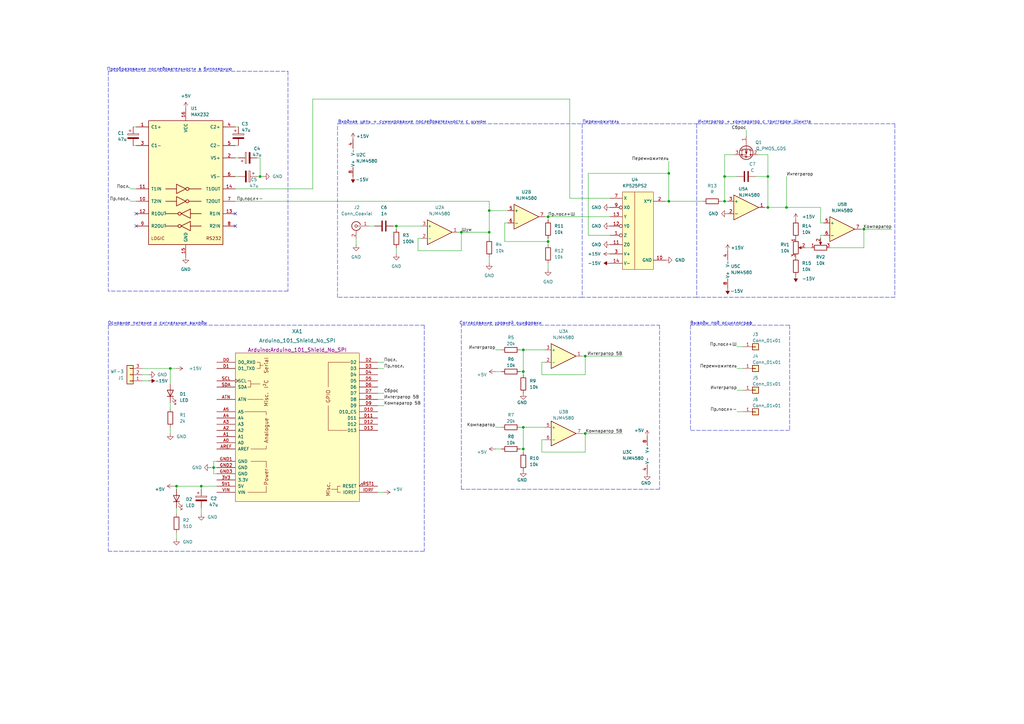
<source format=kicad_sch>
(kicad_sch (version 20211123) (generator eeschema)
  (paper "A3")
  (lib_symbols
    (symbol "Amplifier_Operational:NJM4580" (pin_names (offset 0.127))
      (property "Reference" "U" (at 0 5.08 0))
      (property "Value" "NJM4580" (at 0 -5.08 0))
      (symbol "NJM4580_1_1"
        (polyline (pts (xy -5.08 5.08) (xy 5.08 0) (xy -5.08 -5.08) (xy -5.08 5.08)) (stroke (width 0.254)) (fill (type background)))
        (pin output line (at 7.62 0 180) (length 2.54) (name "~") (number "1"))
        (pin input line (at -7.62 -2.54 0) (length 2.54) (name "-") (number "2"))
        (pin input line (at -7.62 2.54 0) (length 2.54) (name "+") (number "3"))
      )
      (symbol "NJM4580_2_1"
        (polyline (pts (xy -5.08 5.08) (xy 5.08 0) (xy -5.08 -5.08) (xy -5.08 5.08)) (stroke (width 0.254)) (fill (type background)))
        (pin input line (at -7.62 2.54 0) (length 2.54) (name "+") (number "5"))
        (pin input line (at -7.62 -2.54 0) (length 2.54) (name "-") (number "6"))
        (pin output line (at 7.62 0 180) (length 2.54) (name "~") (number "7"))
      )
      (symbol "NJM4580_3_1"
        (pin power_in line (at -2.54 -7.62 90) (length 3.81) (name "V-") (number "4"))
        (pin power_in line (at -2.54 7.62 270) (length 3.81) (name "V+") (number "8"))
      )
    )
    (symbol "Connector:Conn_Coaxial" (pin_names (offset 1.016) hide)
      (property "Reference" "J" (at 0.254 3.048 0))
      (property "Value" "Conn_Coaxial" (at 2.921 0 90))
      (symbol "Conn_Coaxial_0_1"
        (arc (start -1.778 -0.508) (mid 0.222 -1.808) (end 1.778 0) (stroke (width 0.254)))
        (polyline (pts (xy -2.54 0) (xy -0.508 0)))
        (polyline (pts (xy 0 -2.54) (xy 0 -1.778)))
        (circle (center 0 0) (radius 0.508) (stroke (width 0.2032)))
        (arc (start 1.778 0) (mid 0.222 1.8083) (end -1.778 0.508) (stroke (width 0.254)))
      )
      (symbol "Conn_Coaxial_1_1"
        (pin passive line (at -5.08 0 0) (length 2.54) (name "In") (number "1"))
        (pin passive line (at 0 -5.08 90) (length 2.54) (name "Ext") (number "2"))
      )
    )
    (symbol "Connector_Generic:Conn_01x01" (pin_names (offset 1.016) hide)
      (property "Reference" "J" (at 0 2.54 0))
      (property "Value" "Conn_01x01" (at 0 -2.54 0))
      (symbol "Conn_01x01_1_1"
        (rectangle (start -1.27 0.127) (end 0 -0.127) (stroke (width 0.1524)))
        (rectangle (start -1.27 1.27) (end 1.27 -1.27) (stroke (width 0.254)) (fill (type background)))
        (pin passive line (at -5.08 0 0) (length 3.81) (name "Pin_1") (number "1"))
      )
    )
    (symbol "Connector_Generic:Conn_01x03" (pin_names (offset 1.016) hide)
      (property "Reference" "J" (at 0 5.08 0))
      (property "Value" "Conn_01x03" (at 0 -5.08 0))
      (symbol "Conn_01x03_1_1"
        (rectangle (start -1.27 -2.413) (end 0 -2.667) (stroke (width 0.1524)))
        (rectangle (start -1.27 0.127) (end 0 -0.127) (stroke (width 0.1524)))
        (rectangle (start -1.27 2.667) (end 0 2.413) (stroke (width 0.1524)))
        (rectangle (start -1.27 3.81) (end 1.27 -3.81) (stroke (width 0.254)) (fill (type background)))
        (pin passive line (at -5.08 2.54 0) (length 3.81) (name "Pin_1") (number "1"))
        (pin passive line (at -5.08 0 0) (length 3.81) (name "Pin_2") (number "2"))
        (pin passive line (at -5.08 -2.54 0) (length 3.81) (name "Pin_3") (number "3"))
      )
    )
    (symbol "Device:C" (pin_numbers hide) (pin_names (offset 0.254))
      (property "Reference" "C" (at 0.635 2.54 0))
      (property "Value" "C" (at 0.635 -2.54 0))
      (symbol "C_0_1"
        (polyline (pts (xy -2.032 -0.762) (xy 2.032 -0.762)) (stroke (width 0.508)))
        (polyline (pts (xy -2.032 0.762) (xy 2.032 0.762)) (stroke (width 0.508)))
      )
      (symbol "C_1_1"
        (pin passive line (at 0 3.81 270) (length 2.794) (name "~") (number "1"))
        (pin passive line (at 0 -3.81 90) (length 2.794) (name "~") (number "2"))
      )
    )
    (symbol "Device:C_Polarized" (pin_numbers hide) (pin_names (offset 0.254))
      (property "Reference" "C" (at 0.635 2.54 0))
      (property "Value" "C_Polarized" (at 0.635 -2.54 0))
      (symbol "C_Polarized_0_1"
        (rectangle (start -2.286 0.508) (end 2.286 1.016))
        (polyline (pts (xy -1.778 2.286) (xy -0.762 2.286)))
        (polyline (pts (xy -1.27 2.794) (xy -1.27 1.778)))
        (rectangle (start 2.286 -0.508) (end -2.286 -1.016) (fill (type outline)))
      )
      (symbol "C_Polarized_1_1"
        (pin passive line (at 0 3.81 270) (length 2.794) (name "~") (number "1"))
        (pin passive line (at 0 -3.81 90) (length 2.794) (name "~") (number "2"))
      )
    )
    (symbol "Device:LED" (pin_numbers hide) (pin_names (offset 1.016) hide)
      (property "Reference" "D" (at 0 2.54 0))
      (property "Value" "LED" (at 0 -2.54 0))
      (symbol "LED_0_1"
        (polyline (pts (xy -1.27 -1.27) (xy -1.27 1.27)) (stroke (width 0.254)))
        (polyline (pts (xy -1.27 0) (xy 1.27 0)))
        (polyline (pts (xy 1.27 -1.27) (xy 1.27 1.27) (xy -1.27 0) (xy 1.27 -1.27)) (stroke (width 0.254)))
        (polyline (pts (xy -3.048 -0.762) (xy -4.572 -2.286) (xy -3.81 -2.286) (xy -4.572 -2.286) (xy -4.572 -1.524)))
        (polyline (pts (xy -1.778 -0.762) (xy -3.302 -2.286) (xy -2.54 -2.286) (xy -3.302 -2.286) (xy -3.302 -1.524)))
      )
      (symbol "LED_1_1"
        (pin passive line (at -3.81 0 0) (length 2.54) (name "K") (number "1"))
        (pin passive line (at 3.81 0 180) (length 2.54) (name "A") (number "2"))
      )
    )
    (symbol "Device:Q_PMOS_GDS" (pin_names (offset 0) hide)
      (property "Reference" "Q" (at 5.08 1.27 0))
      (property "Value" "Q_PMOS_GDS" (at 5.08 -1.27 0))
      (symbol "Q_PMOS_GDS_0_1"
        (polyline (pts (xy 0.254 0) (xy -2.54 0)))
        (polyline (pts (xy 0.254 1.905) (xy 0.254 -1.905)) (stroke (width 0.254)))
        (polyline (pts (xy 0.762 -1.27) (xy 0.762 -2.286)) (stroke (width 0.254)))
        (polyline (pts (xy 0.762 0.508) (xy 0.762 -0.508)) (stroke (width 0.254)))
        (polyline (pts (xy 0.762 2.286) (xy 0.762 1.27)) (stroke (width 0.254)))
        (polyline (pts (xy 2.54 2.54) (xy 2.54 1.778)))
        (polyline (pts (xy 2.54 -2.54) (xy 2.54 0) (xy 0.762 0)))
        (polyline (pts (xy 0.762 1.778) (xy 3.302 1.778) (xy 3.302 -1.778) (xy 0.762 -1.778)))
        (polyline (pts (xy 2.286 0) (xy 1.27 0.381) (xy 1.27 -0.381) (xy 2.286 0)) (fill (type outline)))
        (polyline (pts (xy 2.794 -0.508) (xy 2.921 -0.381) (xy 3.683 -0.381) (xy 3.81 -0.254)))
        (polyline (pts (xy 3.302 -0.381) (xy 2.921 0.254) (xy 3.683 0.254) (xy 3.302 -0.381)))
        (circle (center 1.651 0) (radius 2.794) (stroke (width 0.254)))
        (circle (center 2.54 -1.778) (radius 0.254) (fill (type outline)))
        (circle (center 2.54 1.778) (radius 0.254) (fill (type outline)))
      )
      (symbol "Q_PMOS_GDS_1_1"
        (pin input line (at -5.08 0 0) (length 2.54) (name "G") (number "1"))
        (pin passive line (at 2.54 5.08 270) (length 2.54) (name "D") (number "2"))
        (pin passive line (at 2.54 -5.08 90) (length 2.54) (name "S") (number "3"))
      )
    )
    (symbol "Device:R" (pin_numbers hide) (pin_names (offset 0))
      (property "Reference" "R" (at 2.032 0 90))
      (property "Value" "R" (at 0 0 90))
      (symbol "R_0_1"
        (rectangle (start -1.016 -2.54) (end 1.016 2.54) (stroke (width 0.254)))
      )
      (symbol "R_1_1"
        (pin passive line (at 0 3.81 270) (length 1.27) (name "~") (number "1"))
        (pin passive line (at 0 -3.81 90) (length 1.27) (name "~") (number "2"))
      )
    )
    (symbol "Device:R_Potentiometer" (pin_names (offset 1.016) hide)
      (property "Reference" "RV" (at -4.445 0 90))
      (property "Value" "R_Potentiometer" (at -2.54 0 90))
      (symbol "R_Potentiometer_0_1"
        (polyline (pts (xy 2.54 0) (xy 1.524 0)))
        (polyline (pts (xy 1.143 0) (xy 2.286 0.508) (xy 2.286 -0.508) (xy 1.143 0)) (fill (type outline)))
        (rectangle (start 1.016 2.54) (end -1.016 -2.54) (stroke (width 0.254)))
      )
      (symbol "R_Potentiometer_1_1"
        (pin passive line (at 0 3.81 270) (length 1.27) (name "1") (number "1"))
        (pin passive line (at 3.81 0 180) (length 1.27) (name "2") (number "2"))
        (pin passive line (at 0 -3.81 90) (length 1.27) (name "3") (number "3"))
      )
    )
    (symbol "Interface_UART:MAX232" (pin_names (offset 1.016))
      (property "Reference" "U" (at -2.54 28.575 0))
      (property "Value" "MAX232" (at -2.54 26.67 0))
      (symbol "MAX232_0_0"
        (text "LOGIC" (at -11.43 -22.86 0) (effects (font (size 1.27 1.27))))
        (text "RS232" (at 11.43 -22.86 0) (effects (font (size 1.27 1.27))))
      )
      (symbol "MAX232_0_1"
        (rectangle (start -15.24 -25.4) (end 15.24 25.4) (stroke (width 0.254)) (fill (type background)))
        (circle (center -2.54 -17.78) (radius 0.635) (stroke (width 0.254)))
        (circle (center -2.54 -12.7) (radius 0.635) (stroke (width 0.254)))
        (polyline (pts (xy -3.81 -7.62) (xy -8.255 -7.62)) (stroke (width 0.254)))
        (polyline (pts (xy -3.81 -2.54) (xy -8.255 -2.54)) (stroke (width 0.254)))
        (polyline (pts (xy -3.175 -17.78) (xy -8.255 -17.78)) (stroke (width 0.254)))
        (polyline (pts (xy -3.175 -12.7) (xy -8.255 -12.7)) (stroke (width 0.254)))
        (polyline (pts (xy 1.27 -7.62) (xy 6.35 -7.62)) (stroke (width 0.254)))
        (polyline (pts (xy 1.27 -2.54) (xy 6.35 -2.54)) (stroke (width 0.254)))
        (polyline (pts (xy 1.905 -17.78) (xy 6.35 -17.78)) (stroke (width 0.254)))
        (polyline (pts (xy 1.905 -12.7) (xy 6.35 -12.7)) (stroke (width 0.254)))
        (polyline (pts (xy -3.81 -5.715) (xy -3.81 -9.525) (xy 0 -7.62) (xy -3.81 -5.715)) (stroke (width 0.254)))
        (polyline (pts (xy -3.81 -0.635) (xy -3.81 -4.445) (xy 0 -2.54) (xy -3.81 -0.635)) (stroke (width 0.254)))
        (polyline (pts (xy 1.905 -15.875) (xy 1.905 -19.685) (xy -1.905 -17.78) (xy 1.905 -15.875)) (stroke (width 0.254)))
        (polyline (pts (xy 1.905 -10.795) (xy 1.905 -14.605) (xy -1.905 -12.7) (xy 1.905 -10.795)) (stroke (width 0.254)))
        (circle (center 0.635 -7.62) (radius 0.635) (stroke (width 0.254)))
        (circle (center 0.635 -2.54) (radius 0.635) (stroke (width 0.254)))
      )
      (symbol "MAX232_1_1"
        (pin passive line (at -20.32 22.86 0) (length 5.08) (name "C1+") (number "1"))
        (pin input line (at -20.32 -7.62 0) (length 5.08) (name "T2IN") (number "10"))
        (pin input line (at -20.32 -2.54 0) (length 5.08) (name "T1IN") (number "11"))
        (pin output line (at -20.32 -12.7 0) (length 5.08) (name "R1OUT") (number "12"))
        (pin input line (at 20.32 -12.7 180) (length 5.08) (name "R1IN") (number "13"))
        (pin output line (at 20.32 -2.54 180) (length 5.08) (name "T1OUT") (number "14"))
        (pin power_in line (at 0 -30.48 90) (length 5.08) (name "GND") (number "15"))
        (pin power_in line (at 0 30.48 270) (length 5.08) (name "VCC") (number "16"))
        (pin power_out line (at 20.32 10.16 180) (length 5.08) (name "VS+") (number "2"))
        (pin passive line (at -20.32 15.24 0) (length 5.08) (name "C1-") (number "3"))
        (pin passive line (at 20.32 22.86 180) (length 5.08) (name "C2+") (number "4"))
        (pin passive line (at 20.32 15.24 180) (length 5.08) (name "C2-") (number "5"))
        (pin power_out line (at 20.32 2.54 180) (length 5.08) (name "VS-") (number "6"))
        (pin output line (at 20.32 -7.62 180) (length 5.08) (name "T2OUT") (number "7"))
        (pin input line (at 20.32 -17.78 180) (length 5.08) (name "R2IN") (number "8"))
        (pin output line (at -20.32 -17.78 0) (length 5.08) (name "R2OUT") (number "9"))
      )
    )
    (symbol "KAIS:KP525PS2"
      (property "Reference" "U" (at 6.35 35.56 0))
      (property "Value" "KP525PS2" (at 6.35 33.02 0))
      (symbol "KP525PS2_0_0"
        (pin no_connect inverted (at -5.08 22.86 0) (length 2.54) hide (name "") (number "4"))
        (pin no_connect inverted (at -5.08 20.32 0) (length 2.54) hide (name "") (number "5"))
        (pin no_connect inverted (at -5.08 17.78 0) (length 2.54) hide (name "") (number "6"))
        (pin no_connect inverted (at -5.08 15.24 0) (length 2.54) hide (name "") (number "8"))
      )
      (symbol "KP525PS2_0_1"
        (polyline (pts (xy 5.08 31.75) (xy 5.08 0)))
        (rectangle (start 0 31.75) (end 12.7 0) (fill (type background)))
      )
      (symbol "KP525PS2_1_1"
        (pin input inverted (at -5.08 13.97 0) (length 5.08) (name "Z") (number "1"))
        (pin power_in line (at 17.78 3.81 180) (length 5.08) (name "GND") (number "10"))
        (pin input line (at -5.08 10.16 0) (length 5.08) (name "Z0") (number "11"))
        (pin input inverted (at -5.08 17.78 0) (length 5.08) (name "Y0") (number "12"))
        (pin input line (at -5.08 21.59 0) (length 5.08) (name "Y") (number "13"))
        (pin power_in line (at -5.08 2.54 0) (length 5.08) (name "V-") (number "14"))
        (pin output line (at 17.78 27.94 180) (length 5.08) (name "X*Y") (number "2"))
        (pin power_in line (at -5.08 6.35 0) (length 5.08) (name "V+") (number "3"))
        (pin input line (at -5.08 29.21 0) (length 5.08) (name "X") (number "7"))
        (pin input inverted (at -5.08 25.4 0) (length 5.08) (name "X0") (number "9"))
      )
    )
    (symbol "arduino:Arduino_101_Shield_No_SPI" (pin_names (offset 1.016))
      (property "Reference" "XA" (at 2.54 0 90))
      (property "Value" "Arduino_101_Shield_No_SPI" (at -2.54 0 90))
      (property "Footprint" "Arduino:Arduino_101_Shield_No_SPI" (at 45.72 95.25 0))
      (symbol "Arduino_101_Shield_No_SPI_0_0"
        (rectangle (start -25.4 30.48) (end 25.4 -30.48) (fill (type background)))
        (rectangle (start -20.32 -26.67) (end -12.7 -26.67))
        (rectangle (start -19.05 -13.97) (end -12.7 -13.97))
        (polyline (pts (xy -19.05 17.78) (xy -15.24 17.78)))
        (polyline (pts (xy -15.24 25.4) (xy -13.97 25.4)))
        (polyline (pts (xy -13.97 11.43) (xy -20.32 11.43)))
        (polyline (pts (xy -12.7 -26.67) (xy -12.7 -24.13)))
        (polyline (pts (xy -12.7 -15.24) (xy -12.7 -16.51)))
        (polyline (pts (xy -12.7 -13.97) (xy -12.7 -15.24)))
        (polyline (pts (xy -12.7 -7.62) (xy -12.7 -8.89) (xy -19.05 -8.89)))
        (polyline (pts (xy -12.7 5.08) (xy -12.7 6.35) (xy -21.59 6.35)))
        (polyline (pts (xy 12.7 8.89) (xy 12.7 -1.27) (xy 20.32 -1.27)))
        (polyline (pts (xy 12.7 16.51) (xy 12.7 26.67) (xy 21.59 26.67)))
        (polyline (pts (xy -20.32 19.05) (xy -19.05 19.05) (xy -19.05 16.51) (xy -20.32 16.51)))
        (polyline (pts (xy -16.51 26.67) (xy -15.24 26.67) (xy -15.24 24.13) (xy -16.51 24.13)))
        (rectangle (start 16.51 -25.4) (end 13.97 -25.4))
        (rectangle (start 16.51 -24.13) (end 16.51 -26.67))
        (rectangle (start 17.78 -26.67) (end 16.51 -26.67))
        (rectangle (start 17.78 -24.13) (end 16.51 -24.13))
        (text "Analogue" (at -12.7 -1.27 900) (effects (font (size 1.524 1.524))))
        (text "I²C" (at -12.7 17.78 900) (effects (font (size 1.524 1.524))))
        (text "Misc." (at -12.7 11.43 900) (effects (font (size 1.524 1.524))))
        (text "Misc." (at 12.7 -25.4 900) (effects (font (size 1.524 1.524))))
        (text "Power" (at -12.7 -20.32 900) (effects (font (size 1.524 1.524))))
        (text "Serial" (at -12.7 25.4 900) (effects (font (size 1.524 1.524))))
      )
      (symbol "Arduino_101_Shield_No_SPI_1_0"
        (text "GPIO" (at 12.7 12.7 900) (effects (font (size 1.524 1.524))))
      )
      (symbol "Arduino_101_Shield_No_SPI_1_1"
        (pin power_in line (at -33.02 -21.59 0) (length 7.62) (name "3.3V") (number "3V3"))
        (pin power_in line (at -33.02 -24.13 0) (length 7.62) (name "5V") (number "5V1"))
        (pin bidirectional line (at -33.02 -6.35 0) (length 7.62) (name "A0") (number "A0"))
        (pin bidirectional line (at -33.02 -3.81 0) (length 7.62) (name "A1") (number "A1"))
        (pin bidirectional line (at -33.02 -1.27 0) (length 7.62) (name "A2") (number "A2"))
        (pin bidirectional line (at -33.02 1.27 0) (length 7.62) (name "A3") (number "A3"))
        (pin bidirectional line (at -33.02 3.81 0) (length 7.62) (name "A4") (number "A4"))
        (pin bidirectional line (at -33.02 6.35 0) (length 7.62) (name "A5") (number "A5"))
        (pin input line (at -33.02 -8.89 0) (length 7.62) (name "AREF") (number "AREF"))
        (pin bidirectional line (at -33.02 11.43 0) (length 7.62) (name "ATN") (number "ATN"))
        (pin bidirectional line (at -33.02 26.67 0) (length 7.62) (name "D0_RX0") (number "D0"))
        (pin bidirectional line (at -33.02 24.13 0) (length 7.62) (name "D1_TX0") (number "D1"))
        (pin bidirectional line (at 33.02 6.35 180) (length 7.62) (name "D10_CS") (number "D10"))
        (pin bidirectional line (at 33.02 3.81 180) (length 7.62) (name "D11") (number "D11"))
        (pin bidirectional line (at 33.02 1.27 180) (length 7.62) (name "D12") (number "D12"))
        (pin bidirectional line (at 33.02 -1.27 180) (length 7.62) (name "D13") (number "D13"))
        (pin bidirectional line (at 33.02 26.67 180) (length 7.62) (name "D2") (number "D2"))
        (pin bidirectional line (at 33.02 24.13 180) (length 7.62) (name "D3") (number "D3"))
        (pin bidirectional line (at 33.02 21.59 180) (length 7.62) (name "D4") (number "D4"))
        (pin bidirectional line (at 33.02 19.05 180) (length 7.62) (name "D5") (number "D5"))
        (pin bidirectional line (at 33.02 16.51 180) (length 7.62) (name "D6") (number "D6"))
        (pin bidirectional line (at 33.02 13.97 180) (length 7.62) (name "D7") (number "D7"))
        (pin bidirectional line (at 33.02 11.43 180) (length 7.62) (name "D8") (number "D8"))
        (pin bidirectional line (at 33.02 8.89 180) (length 7.62) (name "D9") (number "D9"))
        (pin power_in line (at -33.02 -13.97 0) (length 7.62) (name "GND") (number "GND1"))
        (pin power_in line (at -33.02 -16.51 0) (length 7.62) (name "GND") (number "GND2"))
        (pin power_in line (at -33.02 -19.05 0) (length 7.62) (name "GND") (number "GND3"))
        (pin output line (at 33.02 -26.67 180) (length 7.62) (name "IOREF") (number "IORF"))
        (pin open_collector input_low (at 33.02 -24.13 180) (length 7.62) (name "RESET") (number "RST1"))
        (pin bidirectional clock (at -33.02 19.05 0) (length 7.62) (name "SCL") (number "SCL"))
        (pin bidirectional line (at -33.02 16.51 0) (length 7.62) (name "SDA") (number "SDA"))
        (pin power_in line (at -33.02 -26.67 0) (length 7.62) (name "VIN") (number "VIN"))
      )
    )
    (symbol "power:+15V" (power) (pin_names (offset 0))
      (property "Value" "+15V" (at 0 3.556 0))
      (symbol "+15V_0_1"
        (polyline (pts (xy -0.762 1.27) (xy 0 2.54)))
        (polyline (pts (xy 0 0) (xy 0 2.54)))
        (polyline (pts (xy 0 2.54) (xy 0.762 1.27)))
      )
      (symbol "+15V_1_1"
        (pin power_in line (at 0 0 90) (length 0) hide (name "+15V") (number "1"))
      )
    )
    (symbol "power:+5V" (power) (pin_names (offset 0))
      (property "Value" "+5V" (at 0 3.556 0))
      (symbol "+5V_0_1"
        (polyline (pts (xy -0.762 1.27) (xy 0 2.54)))
        (polyline (pts (xy 0 0) (xy 0 2.54)))
        (polyline (pts (xy 0 2.54) (xy 0.762 1.27)))
      )
      (symbol "+5V_1_1"
        (pin power_in line (at 0 0 90) (length 0) hide (name "+5V") (number "1"))
      )
    )
    (symbol "power:-15V" (power) (pin_names (offset 0))
      (property "Value" "-15V" (at 0 3.81 0))
      (symbol "-15V_0_0"
        (pin power_in line (at 0 0 90) (length 0) hide (name "-15V") (number "1"))
      )
      (symbol "-15V_0_1"
        (polyline (pts (xy 0 0) (xy 0 1.27) (xy 0.762 1.27) (xy 0 2.54) (xy -0.762 1.27) (xy 0 1.27)) (fill (type outline)))
      )
    )
    (symbol "power:GND" (power) (pin_names (offset 0))
      (property "Value" "GND" (at 0 -3.81 0))
      (symbol "GND_0_1"
        (polyline (pts (xy 0 0) (xy 0 -1.27) (xy 1.27 -1.27) (xy 0 -2.54) (xy -1.27 -1.27) (xy 0 -1.27)))
      )
      (symbol "GND_1_1"
        (pin power_in line (at 0 0 270) (length 0) hide (name "GND") (number "1"))
      )
    )
  )
  (junction (at 214.63 152.4))
  (junction (at 200.66 95.25))
  (junction (at 314.96 72.39))
  (junction (at 200.66 86.36))
  (junction (at 322.58 85.09))
  (junction (at 240.03 177.8))
  (junction (at 354.33 93.98))
  (junction (at 106.68 72.39))
  (junction (at 314.96 85.09))
  (junction (at 162.56 92.71))
  (junction (at 82.55 199.39))
  (junction (at 297.18 82.55))
  (junction (at 72.39 199.39))
  (junction (at 274.32 82.55))
  (junction (at 297.18 72.39))
  (junction (at 224.79 99.06))
  (junction (at 224.79 88.9))
  (junction (at 214.63 143.51))
  (junction (at 69.85 151.13))
  (junction (at 214.63 184.15))
  (junction (at 274.32 71.12))
  (junction (at 240.03 146.05))
  (junction (at 214.63 175.26))
  (junction (at 87.63 191.77))
  (junction (at 189.23 95.25))
  (no_connect (at 96.52 87.63))
  (no_connect (at 96.52 92.71))
  (no_connect (at 55.88 87.63))
  (no_connect (at 55.88 92.71))
  (wire (pts (xy 224.79 99.06) (xy 224.79 100.33)))
  (wire (pts (xy 214.63 185.42) (xy 214.63 184.15)))
  (wire (pts (xy 207.01 91.44) (xy 207.01 99.06)))
  (wire (pts (xy 238.76 146.05) (xy 240.03 146.05)))
  (wire (pts (xy 105.41 64.77) (xy 106.68 64.77)))
  (wire (pts (xy 96.52 82.55) (xy 200.66 82.55)))
  (wire (pts (xy 82.55 208.28) (xy 82.55 210.82)))
  (wire (pts (xy 274.32 82.55) (xy 288.29 82.55)))
  (wire (pts (xy 250.19 96.52) (xy 241.3 96.52)))
  (wire (pts (xy 297.18 63.5) (xy 297.18 72.39)))
  (wire (pts (xy 69.85 151.13) (xy 69.85 157.48)))
  (wire (pts (xy 255.27 177.8) (xy 240.03 177.8)))
  (wire (pts (xy 233.68 40.64) (xy 233.68 81.28)))
  (wire (pts (xy 97.79 64.77) (xy 96.52 64.77)))
  (polyline (pts (xy 367.03 50.8) (xy 367.03 121.92)))
  (polyline (pts (xy 118.11 29.21) (xy 118.11 119.38)))
  (wire (pts (xy 224.79 107.95) (xy 224.79 110.49)))
  (polyline (pts (xy 173.99 133.35) (xy 173.99 226.06)))
  (wire (pts (xy 300.99 63.5) (xy 297.18 63.5)))
  (wire (pts (xy 240.03 153.67) (xy 222.25 153.67)))
  (polyline (pts (xy 238.76 50.8) (xy 285.75 50.8)))
  (wire (pts (xy 162.56 92.71) (xy 172.72 92.71)))
  (polyline (pts (xy 270.51 133.35) (xy 270.51 200.66)))
  (wire (pts (xy 82.55 199.39) (xy 82.55 200.66)))
  (wire (pts (xy 214.63 184.15) (xy 214.63 175.26)))
  (wire (pts (xy 203.2 143.51) (xy 205.74 143.51)))
  (wire (pts (xy 203.2 152.4) (xy 205.74 152.4)))
  (wire (pts (xy 200.66 86.36) (xy 208.28 86.36)))
  (polyline (pts (xy 285.75 121.92) (xy 238.76 121.92)))
  (wire (pts (xy 72.39 218.44) (xy 72.39 220.98)))
  (polyline (pts (xy 173.99 226.06) (xy 44.45 226.06)))
  (wire (pts (xy 224.79 88.9) (xy 250.19 88.9)))
  (polyline (pts (xy 118.11 119.38) (xy 44.45 119.38)))
  (wire (pts (xy 223.52 148.59) (xy 222.25 148.59)))
  (polyline (pts (xy 323.85 133.35) (xy 323.85 176.53)))
  (wire (pts (xy 171.45 97.79) (xy 172.72 97.79)))
  (wire (pts (xy 213.36 143.51) (xy 214.63 143.51)))
  (wire (pts (xy 336.55 85.09) (xy 336.55 91.44)))
  (wire (pts (xy 161.29 92.71) (xy 162.56 92.71)))
  (wire (pts (xy 302.26 151.13) (xy 304.8 151.13)))
  (wire (pts (xy 97.79 72.39) (xy 96.52 72.39)))
  (wire (pts (xy 302.26 160.02) (xy 304.8 160.02)))
  (wire (pts (xy 53.34 77.47) (xy 55.88 77.47)))
  (wire (pts (xy 240.03 185.42) (xy 222.25 185.42)))
  (wire (pts (xy 214.63 175.26) (xy 223.52 175.26)))
  (polyline (pts (xy 44.45 133.35) (xy 44.45 226.06)))
  (wire (pts (xy 214.63 143.51) (xy 223.52 143.51)))
  (wire (pts (xy 213.36 152.4) (xy 214.63 152.4)))
  (wire (pts (xy 187.96 95.25) (xy 189.23 95.25)))
  (wire (pts (xy 72.39 199.39) (xy 82.55 199.39)))
  (wire (pts (xy 189.23 102.87) (xy 171.45 102.87)))
  (wire (pts (xy 87.63 191.77) (xy 87.63 194.31)))
  (wire (pts (xy 224.79 99.06) (xy 224.79 97.79)))
  (wire (pts (xy 322.58 72.39) (xy 322.58 85.09)))
  (wire (pts (xy 86.36 191.77) (xy 87.63 191.77)))
  (wire (pts (xy 69.85 151.13) (xy 72.39 151.13)))
  (wire (pts (xy 200.66 105.41) (xy 200.66 107.95)))
  (wire (pts (xy 306.07 53.34) (xy 306.07 55.88)))
  (wire (pts (xy 58.42 153.67) (xy 60.96 153.67)))
  (wire (pts (xy 241.3 96.52) (xy 241.3 71.12)))
  (wire (pts (xy 314.96 63.5) (xy 314.96 72.39)))
  (wire (pts (xy 354.33 93.98) (xy 354.33 101.6)))
  (wire (pts (xy 297.18 72.39) (xy 297.18 82.55)))
  (wire (pts (xy 189.23 95.25) (xy 189.23 102.87)))
  (wire (pts (xy 336.55 96.52) (xy 336.55 97.79)))
  (wire (pts (xy 157.48 151.13) (xy 154.94 151.13)))
  (wire (pts (xy 337.82 96.52) (xy 336.55 96.52)))
  (wire (pts (xy 365.76 93.98) (xy 354.33 93.98)))
  (wire (pts (xy 336.55 91.44) (xy 337.82 91.44)))
  (wire (pts (xy 297.18 72.39) (xy 302.26 72.39)))
  (wire (pts (xy 214.63 153.67) (xy 214.63 152.4)))
  (polyline (pts (xy 44.45 133.35) (xy 173.99 133.35)))
  (wire (pts (xy 162.56 92.71) (xy 162.56 93.98)))
  (wire (pts (xy 153.67 92.71) (xy 151.13 92.71)))
  (wire (pts (xy 157.48 201.93) (xy 154.94 201.93)))
  (wire (pts (xy 96.52 52.07) (xy 97.79 52.07)))
  (wire (pts (xy 200.66 82.55) (xy 200.66 86.36)))
  (polyline (pts (xy 44.45 29.21) (xy 118.11 29.21)))
  (wire (pts (xy 106.68 64.77) (xy 106.68 72.39)))
  (wire (pts (xy 295.91 82.55) (xy 297.18 82.55)))
  (wire (pts (xy 72.39 199.39) (xy 72.39 200.66)))
  (wire (pts (xy 171.45 102.87) (xy 171.45 97.79)))
  (wire (pts (xy 87.63 191.77) (xy 88.9 191.77)))
  (wire (pts (xy 238.76 177.8) (xy 240.03 177.8)))
  (wire (pts (xy 222.25 180.34) (xy 222.25 185.42)))
  (wire (pts (xy 223.52 180.34) (xy 222.25 180.34)))
  (wire (pts (xy 274.32 71.12) (xy 274.32 82.55)))
  (wire (pts (xy 302.26 168.91) (xy 304.8 168.91)))
  (wire (pts (xy 241.3 71.12) (xy 274.32 71.12)))
  (wire (pts (xy 71.12 199.39) (xy 72.39 199.39)))
  (wire (pts (xy 213.36 184.15) (xy 214.63 184.15)))
  (wire (pts (xy 297.18 82.55) (xy 298.45 82.55)))
  (wire (pts (xy 105.41 72.39) (xy 106.68 72.39)))
  (wire (pts (xy 207.01 99.06) (xy 224.79 99.06)))
  (polyline (pts (xy 367.03 121.92) (xy 285.75 121.92)))
  (wire (pts (xy 208.28 91.44) (xy 207.01 91.44)))
  (polyline (pts (xy 189.23 200.66) (xy 189.23 133.35)))
  (wire (pts (xy 88.9 189.23) (xy 87.63 189.23)))
  (wire (pts (xy 69.85 165.1) (xy 69.85 167.64)))
  (polyline (pts (xy 323.85 176.53) (xy 283.21 176.53)))
  (wire (pts (xy 72.39 208.28) (xy 72.39 210.82)))
  (wire (pts (xy 53.34 82.55) (xy 55.88 82.55)))
  (wire (pts (xy 240.03 146.05) (xy 240.03 153.67)))
  (wire (pts (xy 69.85 175.26) (xy 69.85 177.8)))
  (wire (pts (xy 274.32 66.04) (xy 274.32 71.12)))
  (polyline (pts (xy 285.75 50.8) (xy 285.75 121.92)))
  (wire (pts (xy 87.63 194.31) (xy 88.9 194.31)))
  (polyline (pts (xy 138.43 50.8) (xy 238.76 50.8)))
  (wire (pts (xy 128.27 77.47) (xy 128.27 40.64)))
  (wire (pts (xy 203.2 175.26) (xy 205.74 175.26)))
  (wire (pts (xy 314.96 85.09) (xy 313.69 85.09)))
  (wire (pts (xy 274.32 82.55) (xy 273.05 82.55)))
  (wire (pts (xy 222.25 148.59) (xy 222.25 153.67)))
  (wire (pts (xy 340.36 101.6) (xy 354.33 101.6)))
  (wire (pts (xy 302.26 142.24) (xy 304.8 142.24)))
  (wire (pts (xy 87.63 189.23) (xy 87.63 191.77)))
  (wire (pts (xy 213.36 175.26) (xy 214.63 175.26)))
  (wire (pts (xy 96.52 59.69) (xy 97.79 59.69)))
  (polyline (pts (xy 270.51 200.66) (xy 189.23 200.66)))
  (polyline (pts (xy 138.43 121.92) (xy 138.43 50.8)))
  (wire (pts (xy 154.94 163.83) (xy 157.48 163.83)))
  (wire (pts (xy 106.68 72.39) (xy 107.95 72.39)))
  (wire (pts (xy 128.27 40.64) (xy 233.68 40.64)))
  (wire (pts (xy 330.2 101.6) (xy 332.74 101.6)))
  (wire (pts (xy 54.61 59.69) (xy 55.88 59.69)))
  (wire (pts (xy 146.05 100.33) (xy 146.05 97.79)))
  (wire (pts (xy 353.06 93.98) (xy 354.33 93.98)))
  (wire (pts (xy 154.94 161.29) (xy 157.48 161.29)))
  (polyline (pts (xy 285.75 50.8) (xy 367.03 50.8)))
  (wire (pts (xy 309.88 72.39) (xy 314.96 72.39)))
  (wire (pts (xy 203.2 184.15) (xy 205.74 184.15)))
  (wire (pts (xy 82.55 199.39) (xy 88.9 199.39)))
  (polyline (pts (xy 283.21 133.35) (xy 283.21 176.53)))
  (polyline (pts (xy 44.45 29.21) (xy 44.45 119.38)))
  (wire (pts (xy 58.42 151.13) (xy 69.85 151.13)))
  (polyline (pts (xy 238.76 50.8) (xy 238.76 121.92)))
  (polyline (pts (xy 238.76 121.92) (xy 138.43 121.92)))
  (wire (pts (xy 54.61 52.07) (xy 55.88 52.07)))
  (wire (pts (xy 322.58 85.09) (xy 336.55 85.09)))
  (wire (pts (xy 311.15 63.5) (xy 314.96 63.5)))
  (wire (pts (xy 240.03 177.8) (xy 240.03 185.42)))
  (wire (pts (xy 200.66 95.25) (xy 200.66 97.79)))
  (wire (pts (xy 200.66 86.36) (xy 200.66 95.25)))
  (wire (pts (xy 314.96 72.39) (xy 314.96 85.09)))
  (wire (pts (xy 224.79 88.9) (xy 224.79 90.17)))
  (wire (pts (xy 233.68 81.28) (xy 250.19 81.28)))
  (wire (pts (xy 58.42 156.21) (xy 60.96 156.21)))
  (wire (pts (xy 189.23 95.25) (xy 200.66 95.25)))
  (wire (pts (xy 96.52 77.47) (xy 128.27 77.47)))
  (wire (pts (xy 214.63 152.4) (xy 214.63 143.51)))
  (polyline (pts (xy 283.21 133.35) (xy 323.85 133.35)))
  (wire (pts (xy 314.96 85.09) (xy 322.58 85.09)))
  (wire (pts (xy 223.52 88.9) (xy 224.79 88.9)))
  (polyline (pts (xy 189.23 133.35) (xy 270.51 133.35)))
  (wire (pts (xy 154.94 166.37) (xy 157.48 166.37)))
  (wire (pts (xy 162.56 104.14) (xy 162.56 101.6)))
  (wire (pts (xy 255.27 146.05) (xy 240.03 146.05)))
  (wire (pts (xy 154.94 148.59) (xy 157.48 148.59)))
  (text "Входная цепь + суммирование последовательности с шумом" (at 199.39 50.8 0) (effects (font (size 1.27 1.27)) (justify right bottom)))
  (text "Интегратор + компаратор с триггером Шмитта" (at 332.74 50.8 180) (effects (font (size 1.27 1.27)) (justify right bottom)))
  (text "Преобразование последовательности в биполярную" (at 95.25 29.21 180) (effects (font (size 1.27 1.27)) (justify right bottom)))
  (text "Основное питание и сигнальные выходы" (at 85.09 133.35 180) (effects (font (size 1.27 1.27)) (justify right bottom)))
  (text "Выводы под осциллограф" (at 308.61 133.35 180) (effects (font (size 1.27 1.27)) (justify right bottom)))
  (text "Согласование уровней оцифровки" (at 222.25 133.35 180) (effects (font (size 1.27 1.27)) (justify right bottom)))
  (text "Перемножитель" (at 254 50.8 180) (effects (font (size 1.27 1.27)) (justify right bottom)))
  (label "Компаратор 5В" (at 255.27 177.8 180))
  (label "Интегратор" (at 302.26 160.02 180))
  (label "Компаратор" (at 203.2 175.26 180))
  (label "Интегратор 5В" (at 255.27 146.05 180))
  (label "Перемножитель" (at 274.32 66.04 180))
  (label "Посл." (at 53.34 77.47 180))
  (label "Компаратор" (at 365.76 93.98 180))
  (label "Интегратор" (at 203.2 143.51 180))
  (label "Сброс" (at 306.07 53.34 180))
  (label "Пр.посл+Ш" (at 302.26 142.24 180))
  (label "Шум" (at 189.23 95.25 0))
  (label "Пр.посл+Ш" (at 224.79 88.9 0))
  (label "Посл." (at 157.48 148.59 0))
  (label "Пр.посл+-" (at 302.26 168.91 180))
  (label "Интегратор" (at 322.58 72.39 0))
  (label "Интегратор 5В" (at 157.48 163.83 0))
  (label "Пр.посл." (at 53.34 82.55 180))
  (label "Перемножитель" (at 302.26 151.13 180))
  (label "Пр.посл+-" (at 107.95 82.55 180))
  (label "Сброс" (at 157.48 161.29 0))
  (label "Компаратор 5В" (at 157.48 166.37 0))
  (label "Пр.посл." (at 157.48 151.13 0))
  (symbol (lib_id "KAIS:KP525PS2") (at 255.27 110.49 0) (unit 1)
    (property "Reference" "U4" (at 260.35 73.66 0))
    (property "Value" "KP525PS2" (at 260.35 76.2 0))
    (property "Footprint" "Package_DIP:DIP-14_W7.62mm" (effects hide))
  )
  (symbol (lib_id "Amplifier_Operational:NJM4580") (at 180.34 95.25 0) (unit 1)
    (property "Reference" "U2" (at 180.34 85.09 0))
    (property "Value" "NJM4580" (at 180.34 87.63 0))
    (property "Footprint" "Package_SO:SOIC-8_3.9x4.9mm_P1.27mm" (effects hide))
    (property "Datasheet" "http://www.njr.com/semicon/PDF/NJM4580_E.pdf" (effects hide))
  )
  (symbol (lib_id "power:+5V") (at 157.48 201.93 270) (unit 1)
    (property "Reference" "#PWR015" (effects hide))
    (property "Value" "+5V" (at 165.1 200.66 90) (effects (justify right)))
  )
  (symbol (lib_id "Device:R") (at 224.79 93.98 180) (unit 1)
    (property "Reference" "R11" (at 227.33 92.7099 0) (effects (justify right)))
    (property "Value" "10k" (at 227.33 95.2499 0) (effects (justify right)))
    (property "Footprint" "Resistor_SMD:R_0603_1608Metric_Pad0.98x0.95mm_HandSolder" (effects hide))
  )
  (symbol (lib_id "Interface_UART:MAX232") (at 76.2 74.93 0) (unit 1)
    (property "Reference" "U1" (at 78.2194 44.45 0) (effects (justify left)))
    (property "Value" "MAX232" (at 78.2194 46.99 0) (effects (justify left)))
    (property "Footprint" "Package_DIP:DIP-16_W7.62mm" (effects hide))
    (property "Datasheet" "http://www.ti.com/lit/ds/symlink/max232.pdf" (effects hide))
  )
  (symbol (lib_id "Device:R") (at 214.63 189.23 180) (unit 1)
    (property "Reference" "R10" (at 217.17 187.9599 0) (effects (justify right)))
    (property "Value" "10k" (at 217.17 190.4999 0) (effects (justify right)))
    (property "Footprint" "Resistor_SMD:R_0603_1608Metric_Pad0.98x0.95mm_HandSolder" (effects hide))
  )
  (symbol (lib_id "Amplifier_Operational:NJM4580") (at 231.14 146.05 0) (unit 1)
    (property "Reference" "U3" (at 231.14 135.89 0))
    (property "Value" "NJM4580" (at 231.14 138.43 0))
    (property "Footprint" "Package_SO:SOIC-8_3.9x4.9mm_P1.27mm" (effects hide))
    (property "Datasheet" "http://www.njr.com/semicon/PDF/NJM4580_E.pdf" (effects hide))
  )
  (symbol (lib_id "Device:R") (at 209.55 152.4 90) (unit 1)
    (property "Reference" "R6" (at 209.55 147.32 90))
    (property "Value" "10k" (at 209.55 149.86 90))
    (property "Footprint" "Resistor_SMD:R_0603_1608Metric_Pad0.98x0.95mm_HandSolder" (effects hide))
  )
  (symbol (lib_id "Device:LED") (at 72.39 204.47 90) (unit 1)
    (property "Reference" "D2" (at 76.2 204.7874 90) (effects (justify right)))
    (property "Value" "LED" (at 76.2 207.3274 90) (effects (justify right)))
    (property "Footprint" "LED_SMD:LED_0603_1608Metric_Pad1.05x0.95mm_HandSolder" (effects hide))
  )
  (symbol (lib_id "power:+15V") (at 298.45 102.87 0) (unit 1)
    (property "Reference" "#PWR032" (effects hide))
    (property "Value" "+15V" (at 299.72 101.6 0) (effects (justify left)))
  )
  (symbol (lib_id "power:-15V") (at 60.96 156.21 270) (unit 1)
    (property "Reference" "#PWR02" (effects hide))
    (property "Value" "-15V" (at 63.5 156.21 90) (effects (justify left)))
  )
  (symbol (lib_id "power:+5V") (at 76.2 44.45 0) (unit 1)
    (property "Reference" "#PWR07" (effects hide))
    (property "Value" "+5V" (at 76.2 39.37 0))
  )
  (symbol (lib_id "Device:R") (at 209.55 184.15 90) (unit 1)
    (property "Reference" "R8" (at 209.55 179.07 90))
    (property "Value" "10k" (at 209.55 181.61 90))
    (property "Footprint" "Resistor_SMD:R_0603_1608Metric_Pad0.98x0.95mm_HandSolder" (effects hide))
  )
  (symbol (lib_id "Amplifier_Operational:NJM4580") (at 231.14 177.8 0) (unit 2)
    (property "Reference" "U3" (at 231.14 168.91 0))
    (property "Value" "NJM4580" (at 231.14 171.45 0))
    (property "Footprint" "Package_SO:SOIC-8_3.9x4.9mm_P1.27mm" (effects hide))
    (property "Datasheet" "http://www.njr.com/semicon/PDF/NJM4580_E.pdf" (effects hide))
  )
  (symbol (lib_id "Device:C_Polarized") (at 101.6 72.39 270) (unit 1)
    (property "Reference" "C5" (at 104.14 73.66 90))
    (property "Value" "47u" (at 104.14 76.2 90))
    (property "Footprint" "Capacitor_Tantalum_SMD:CP_EIA-3216-18_Kemet-A_Pad1.58x1.35mm_HandSolder" (effects hide))
  )
  (symbol (lib_id "power:-15V") (at 298.45 118.11 180) (unit 1)
    (property "Reference" "#PWR033" (effects hide))
    (property "Value" "-15V" (at 304.8 119.38 0) (effects (justify left)))
  )
  (symbol (lib_id "power:GND") (at 214.63 161.29 0) (unit 1)
    (property "Reference" "#PWR020" (effects hide))
    (property "Value" "GND" (at 212.09 165.1 0) (effects (justify left)))
  )
  (symbol (lib_id "power:-15V") (at 326.39 113.03 180) (unit 1)
    (property "Reference" "#PWR035" (effects hide))
    (property "Value" "-15V" (at 328.93 114.2999 0) (effects (justify right)))
  )
  (symbol (lib_id "power:GND") (at 214.63 193.04 0) (unit 1)
    (property "Reference" "#PWR021" (effects hide))
    (property "Value" "GND" (at 212.09 196.85 0) (effects (justify left)))
  )
  (symbol (lib_id "Device:R") (at 162.56 97.79 180) (unit 1)
    (property "Reference" "R3" (at 165.1 96.5199 0) (effects (justify right)))
    (property "Value" "100k" (at 165.1 99.0599 0) (effects (justify right)))
    (property "Footprint" "Resistor_SMD:R_0603_1608Metric_Pad0.98x0.95mm_HandSolder" (effects hide))
  )
  (symbol (lib_id "power:GND") (at 298.45 87.63 270) (unit 1)
    (property "Reference" "#PWR031" (effects hide))
    (property "Value" "GND" (at 294.64 87.6299 90) (effects (justify right)))
  )
  (symbol (lib_id "Device:R") (at 72.39 214.63 180) (unit 1)
    (property "Reference" "R2" (at 74.93 213.3599 0) (effects (justify right)))
    (property "Value" "510" (at 74.93 215.8999 0) (effects (justify right)))
    (property "Footprint" "Resistor_SMD:R_0603_1608Metric_Pad0.98x0.95mm_HandSolder" (effects hide))
  )
  (symbol (lib_id "power:GND") (at 82.55 210.82 0) (unit 1)
    (property "Reference" "#PWR09" (effects hide))
    (property "Value" "GND" (at 85.09 212.0899 0) (effects (justify left)))
  )
  (symbol (lib_id "Amplifier_Operational:NJM4580") (at 142.24 64.77 180) (unit 3)
    (property "Reference" "U2" (at 146.05 63.4999 0) (effects (justify right)))
    (property "Value" "NJM4580" (at 146.05 66.0399 0) (effects (justify right)))
    (property "Footprint" "Package_SO:SOIC-8_3.9x4.9mm_P1.27mm" (effects hide))
    (property "Datasheet" "http://www.njr.com/semicon/PDF/NJM4580_E.pdf" (effects hide))
  )
  (symbol (lib_id "power:+15V") (at 144.78 57.15 0) (unit 1)
    (property "Reference" "#PWR012" (effects hide))
    (property "Value" "+15V" (at 146.05 55.88 0) (effects (justify left)))
  )
  (symbol (lib_id "Device:R") (at 209.55 175.26 90) (unit 1)
    (property "Reference" "R7" (at 209.55 170.18 90))
    (property "Value" "20k" (at 209.55 172.72 90))
    (property "Footprint" "Resistor_SMD:R_0603_1608Metric_Pad0.98x0.95mm_HandSolder" (effects hide))
  )
  (symbol (lib_id "power:+15V") (at 326.39 90.17 0) (unit 1)
    (property "Reference" "#PWR034" (effects hide))
    (property "Value" "+15V" (at 328.93 88.8999 0) (effects (justify left)))
  )
  (symbol (lib_id "Device:R") (at 69.85 171.45 180) (unit 1)
    (property "Reference" "R1" (at 73.66 170.1799 0) (effects (justify right)))
    (property "Value" "2k" (at 73.66 172.7199 0) (effects (justify right)))
    (property "Footprint" "Resistor_SMD:R_0603_1608Metric_Pad0.98x0.95mm_HandSolder" (effects hide))
  )
  (symbol (lib_id "power:GND") (at 224.79 110.49 0) (unit 1)
    (property "Reference" "#PWR022" (effects hide))
    (property "Value" "GND" (at 224.79 115.57 0))
  )
  (symbol (lib_id "Device:R") (at 200.66 101.6 180) (unit 1)
    (property "Reference" "R4" (at 203.2 100.3299 0) (effects (justify right)))
    (property "Value" "10k" (at 203.2 102.8699 0) (effects (justify right)))
    (property "Footprint" "Resistor_SMD:R_0603_1608Metric_Pad0.98x0.95mm_HandSolder" (effects hide))
  )
  (symbol (lib_id "power:-15V") (at 144.78 72.39 180) (unit 1)
    (property "Reference" "#PWR013" (effects hide))
    (property "Value" "-15V" (at 151.13 73.66 0) (effects (justify left)))
  )
  (symbol (lib_id "Connector:Conn_Coaxial") (at 146.05 92.71 0) (mirror y) (unit 1)
    (property "Reference" "J2" (at 146.3674 85.09 0))
    (property "Value" "Conn_Coaxial" (at 146.3674 87.63 0))
    (property "Footprint" "Connector_Coaxial:BNC_TEConnectivity_1478204_Vertical" (effects hide))
    (property "Datasheet" " ~" (effects hide))
  )
  (symbol (lib_id "power:GND") (at 273.05 106.68 90) (unit 1)
    (property "Reference" "#PWR030" (effects hide))
    (property "Value" "GND" (at 276.86 106.6799 90) (effects (justify right)))
  )
  (symbol (lib_id "Device:R") (at 224.79 104.14 180) (unit 1)
    (property "Reference" "R12" (at 227.33 102.8699 0) (effects (justify right)))
    (property "Value" "10k" (at 227.33 105.4099 0) (effects (justify right)))
    (property "Footprint" "Resistor_SMD:R_0603_1608Metric_Pad0.98x0.95mm_HandSolder" (effects hide))
  )
  (symbol (lib_id "power:GND") (at 250.19 85.09 270) (unit 1)
    (property "Reference" "#PWR023" (effects hide))
    (property "Value" "GND" (at 242.57 85.09 90) (effects (justify left)))
  )
  (symbol (lib_id "Connector_Generic:Conn_01x03") (at 53.34 153.67 180) (unit 1)
    (property "Reference" "J1" (at 50.8 154.9401 0) (effects (justify left)))
    (property "Value" "WF-3" (at 50.8 152.4001 0) (effects (justify left)))
    (property "Footprint" "Connector_PinHeader_2.54mm:PinHeader_1x03_P2.54mm_Vertical" (effects hide))
  )
  (symbol (lib_id "power:GND") (at 107.95 72.39 90) (unit 1)
    (property "Reference" "#PWR011" (effects hide))
    (property "Value" "GND" (at 111.76 72.3899 90) (effects (justify right)))
  )
  (symbol (lib_id "power:+5V") (at 265.43 179.07 0) (unit 1)
    (property "Reference" "#PWR028" (effects hide))
    (property "Value" "+5V" (at 264.16 176.53 0) (effects (justify right)))
  )
  (symbol (lib_id "Device:Q_PMOS_GDS") (at 306.07 60.96 270) (unit 1)
    (property "Reference" "Q1" (at 311.15 58.42 90))
    (property "Value" "Q_PMOS_GDS" (at 316.23 60.96 90))
    (property "Footprint" "Package_TO_SOT_SMD:SOT-23" (effects hide))
  )
  (symbol (lib_id "Device:C_Polarized") (at 54.61 55.88 0) (unit 1)
    (property "Reference" "C1" (at 48.26 54.61 0) (effects (justify left)))
    (property "Value" "47u" (at 48.26 57.15 0) (effects (justify left)))
    (property "Footprint" "Capacitor_Tantalum_SMD:CP_EIA-3216-18_Kemet-A_Pad1.58x1.35mm_HandSolder" (effects hide))
  )
  (symbol (lib_id "power:+15V") (at 72.39 151.13 270) (unit 1)
    (property "Reference" "#PWR05" (effects hide))
    (property "Value" "+15V" (at 77.47 151.1299 90) (effects (justify left)))
  )
  (symbol (lib_id "Amplifier_Operational:NJM4580") (at 295.91 110.49 180) (unit 3)
    (property "Reference" "U5" (at 299.72 109.2199 0) (effects (justify right)))
    (property "Value" "NJM4580" (at 299.72 111.7599 0) (effects (justify right)))
    (property "Footprint" "Package_SO:SOIC-8_3.9x4.9mm_P1.27mm" (effects hide))
    (property "Datasheet" "http://www.njr.com/semicon/PDF/NJM4580_E.pdf" (effects hide))
  )
  (symbol (lib_id "Connector_Generic:Conn_01x01") (at 309.88 151.13 0) (unit 1)
    (property "Reference" "J4" (at 308.61 146.05 0) (effects (justify left)))
    (property "Value" "Conn_01x01" (at 308.61 148.59 0) (effects (justify left)))
    (property "Footprint" "Connector_PinHeader_2.54mm:PinHeader_1x01_P2.54mm_Vertical" (effects hide))
  )
  (symbol (lib_id "power:+5V") (at 203.2 184.15 90) (unit 1)
    (property "Reference" "#PWR019" (effects hide))
    (property "Value" "+5V" (at 195.58 185.42 90) (effects (justify right)))
  )
  (symbol (lib_id "Device:LED") (at 69.85 161.29 90) (unit 1)
    (property "Reference" "D1" (at 73.66 161.6074 90) (effects (justify right)))
    (property "Value" "LED" (at 73.66 164.1474 90) (effects (justify right)))
    (property "Footprint" "LED_SMD:LED_0603_1608Metric_Pad1.05x0.95mm_HandSolder" (effects hide))
  )
  (symbol (lib_id "Device:R_Potentiometer") (at 326.39 101.6 0) (unit 1)
    (property "Reference" "RV1" (at 323.85 100.3299 0) (effects (justify right)))
    (property "Value" "10k" (at 323.85 102.8699 0) (effects (justify right)))
    (property "Footprint" "Potentiometer_THT:Potentiometer_Bourns_3266W_Vertical" (effects hide))
  )
  (symbol (lib_id "Device:C_Polarized") (at 82.55 204.47 0) (unit 1)
    (property "Reference" "C2" (at 87.63 204.47 0))
    (property "Value" "47u" (at 87.63 207.01 0))
    (property "Footprint" "Capacitor_Tantalum_SMD:CP_EIA-3216-18_Kemet-A_Pad1.58x1.35mm_HandSolder" (effects hide))
  )
  (symbol (lib_id "power:GND") (at 86.36 191.77 270) (unit 1)
    (property "Reference" "#PWR010" (effects hide))
    (property "Value" "GND" (at 78.74 191.77 90) (effects (justify left)))
  )
  (symbol (lib_id "power:GND") (at 72.39 220.98 0) (unit 1)
    (property "Reference" "#PWR06" (effects hide))
    (property "Value" "GND" (at 74.93 222.2499 0) (effects (justify left)))
  )
  (symbol (lib_id "Device:R") (at 209.55 143.51 90) (unit 1)
    (property "Reference" "R5" (at 209.55 138.43 90))
    (property "Value" "20k" (at 209.55 140.97 90))
    (property "Footprint" "Resistor_SMD:R_0603_1608Metric_Pad0.98x0.95mm_HandSolder" (effects hide))
  )
  (symbol (lib_id "power:GND") (at 60.96 153.67 90) (unit 1)
    (property "Reference" "#PWR01" (effects hide))
    (property "Value" "GND" (at 68.58 153.67 90) (effects (justify left)))
  )
  (symbol (lib_id "Amplifier_Operational:NJM4580") (at 267.97 186.69 0) (unit 3)
    (property "Reference" "U3" (at 255.27 185.42 0) (effects (justify left)))
    (property "Value" "NJM4580" (at 255.27 187.96 0) (effects (justify left)))
    (property "Footprint" "Package_SO:SOIC-8_3.9x4.9mm_P1.27mm" (effects hide))
    (property "Datasheet" "http://www.njr.com/semicon/PDF/NJM4580_E.pdf" (effects hide))
  )
  (symbol (lib_id "Device:C_Polarized") (at 101.6 64.77 90) (unit 1)
    (property "Reference" "C4" (at 105.41 60.96 90))
    (property "Value" "47u" (at 105.41 63.5 90))
    (property "Footprint" "Capacitor_Tantalum_SMD:CP_EIA-3216-18_Kemet-A_Pad1.58x1.35mm_HandSolder" (effects hide))
  )
  (symbol (lib_id "Device:C_Polarized") (at 97.79 55.88 0) (unit 1)
    (property "Reference" "C3" (at 99.06 50.8 0) (effects (justify left)))
    (property "Value" "47u" (at 99.06 53.34 0) (effects (justify left)))
    (property "Footprint" "Capacitor_Tantalum_SMD:CP_EIA-3216-18_Kemet-A_Pad1.58x1.35mm_HandSolder" (effects hide))
  )
  (symbol (lib_id "power:GND") (at 265.43 194.31 0) (unit 1)
    (property "Reference" "#PWR029" (effects hide))
    (property "Value" "GND" (at 262.89 198.12 0) (effects (justify left)))
  )
  (symbol (lib_id "power:GND") (at 76.2 105.41 0) (unit 1)
    (property "Reference" "#PWR08" (effects hide))
    (property "Value" "GND" (at 76.2 110.49 0))
  )
  (symbol (lib_id "Connector_Generic:Conn_01x01") (at 309.88 142.24 0) (unit 1)
    (property "Reference" "J3" (at 308.61 137.16 0) (effects (justify left)))
    (property "Value" "Conn_01x01" (at 308.61 139.7 0) (effects (justify left)))
    (property "Footprint" "Connector_PinHeader_2.54mm:PinHeader_1x01_P2.54mm_Vertical" (effects hide))
  )
  (symbol (lib_id "Connector_Generic:Conn_01x01") (at 309.88 160.02 0) (unit 1)
    (property "Reference" "J5" (at 308.61 154.94 0) (effects (justify left)))
    (property "Value" "Conn_01x01" (at 308.61 157.48 0) (effects (justify left)))
    (property "Footprint" "Connector_PinHeader_2.54mm:PinHeader_1x01_P2.54mm_Vertical" (effects hide))
  )
  (symbol (lib_id "Device:R") (at 214.63 157.48 180) (unit 1)
    (property "Reference" "R9" (at 217.17 156.2099 0) (effects (justify right)))
    (property "Value" "10k" (at 217.17 158.7499 0) (effects (justify right)))
    (property "Footprint" "Resistor_SMD:R_0603_1608Metric_Pad0.98x0.95mm_HandSolder" (effects hide))
  )
  (symbol (lib_id "Device:R") (at 292.1 82.55 90) (unit 1)
    (property "Reference" "R13" (at 292.1 76.2 90))
    (property "Value" "R" (at 292.1 78.74 90))
    (property "Footprint" "Resistor_SMD:R_0603_1608Metric_Pad0.98x0.95mm_HandSolder" (effects hide))
  )
  (symbol (lib_id "Device:R") (at 326.39 109.22 180) (unit 1)
    (property "Reference" "R15" (at 328.93 107.9499 0) (effects (justify right)))
    (property "Value" "10k" (at 328.93 110.4899 0) (effects (justify right)))
    (property "Footprint" "Resistor_SMD:R_0603_1608Metric_Pad0.98x0.95mm_HandSolder" (effects hide))
  )
  (symbol (lib_id "power:GND") (at 162.56 104.14 0) (unit 1)
    (property "Reference" "#PWR016" (effects hide))
    (property "Value" "GND" (at 162.56 109.22 0))
  )
  (symbol (lib_id "power:+5V") (at 203.2 152.4 90) (unit 1)
    (property "Reference" "#PWR018" (effects hide))
    (property "Value" "+5V" (at 195.58 153.67 90) (effects (justify right)))
  )
  (symbol (lib_id "power:GND") (at 146.05 100.33 0) (unit 1)
    (property "Reference" "#PWR014" (effects hide))
    (property "Value" "GND" (at 146.05 105.41 0))
  )
  (symbol (lib_id "power:+15V") (at 250.19 104.14 90) (unit 1)
    (property "Reference" "#PWR026" (effects hide))
    (property "Value" "+15V" (at 246.38 104.1399 90) (effects (justify left)))
  )
  (symbol (lib_id "power:GND") (at 250.19 92.71 270) (unit 1)
    (property "Reference" "#PWR024" (effects hide))
    (property "Value" "GND" (at 242.57 92.71 90) (effects (justify left)))
  )
  (symbol (lib_id "Device:R") (at 326.39 93.98 180) (unit 1)
    (property "Reference" "R14" (at 328.93 92.7099 0) (effects (justify right)))
    (property "Value" "10k" (at 328.93 95.2499 0) (effects (justify right)))
    (property "Footprint" "Resistor_SMD:R_0603_1608Metric_Pad0.98x0.95mm_HandSolder" (effects hide))
  )
  (symbol (lib_id "Amplifier_Operational:NJM4580") (at 215.9 88.9 0) (unit 2)
    (property "Reference" "U2" (at 215.9 78.74 0))
    (property "Value" "NJM4580" (at 215.9 81.28 0))
    (property "Footprint" "Package_SO:SOIC-8_3.9x4.9mm_P1.27mm" (effects hide))
    (property "Datasheet" "http://www.njr.com/semicon/PDF/NJM4580_E.pdf" (effects hide))
  )
  (symbol (lib_id "Amplifier_Operational:NJM4580") (at 306.07 85.09 0) (unit 1)
    (property "Reference" "U5" (at 304.8 77.47 0))
    (property "Value" "NJM4580" (at 307.34 80.01 0))
    (property "Footprint" "Package_SO:SOIC-8_3.9x4.9mm_P1.27mm" (effects hide))
    (property "Datasheet" "http://www.njr.com/semicon/PDF/NJM4580_E.pdf" (effects hide))
  )
  (symbol (lib_id "Amplifier_Operational:NJM4580") (at 345.44 93.98 0) (unit 2)
    (property "Reference" "U5" (at 345.44 83.82 0))
    (property "Value" "NJM4580" (at 345.44 86.36 0))
    (property "Footprint" "Package_SO:SOIC-8_3.9x4.9mm_P1.27mm" (effects hide))
    (property "Datasheet" "http://www.njr.com/semicon/PDF/NJM4580_E.pdf" (effects hide))
  )
  (symbol (lib_id "power:GND") (at 250.19 100.33 270) (unit 1)
    (property "Reference" "#PWR025" (effects hide))
    (property "Value" "GND" (at 242.57 100.33 90) (effects (justify left)))
  )
  (symbol (lib_id "Device:C") (at 157.48 92.71 90) (unit 1)
    (property "Reference" "C6" (at 157.48 85.09 90))
    (property "Value" "1n" (at 157.48 87.63 90))
    (property "Footprint" "Capacitor_SMD:C_0603_1608Metric_Pad1.08x0.95mm_HandSolder" (effects hide))
  )
  (symbol (lib_id "Device:C") (at 306.07 72.39 90) (unit 1)
    (property "Reference" "C7" (at 308.61 67.31 90))
    (property "Value" "C" (at 308.61 69.85 90))
    (property "Footprint" "Capacitor_SMD:C_0603_1608Metric_Pad1.08x0.95mm_HandSolder" (effects hide))
  )
  (symbol (lib_id "power:GND") (at 69.85 177.8 0) (unit 1)
    (property "Reference" "#PWR03" (effects hide))
    (property "Value" "GND" (at 72.39 179.0699 0) (effects (justify left)))
  )
  (symbol (lib_id "arduino:Arduino_101_Shield_No_SPI") (at 121.92 175.26 0) (unit 1)
    (property "Reference" "XA1" (at 121.92 135.89 0) (effects (font (size 1.524 1.524))))
    (property "Value" "Arduino_101_Shield_No_SPI" (at 121.92 139.7 0) (effects (font (size 1.524 1.524))))
    (property "Footprint" "Arduino:Arduino_101_Shield_No_SPI" (at 121.92 143.51 0) (effects (font (size 1.524 1.524))))
    (property "Datasheet" "https://store.arduino.cc/genuino-101" (effects hide))
  )
  (symbol (lib_id "power:-15V") (at 250.19 107.95 90) (unit 1)
    (property "Reference" "#PWR027" (effects hide))
    (property "Value" "-15V" (at 246.38 107.9499 90) (effects (justify left)))
  )
  (symbol (lib_id "power:GND") (at 200.66 107.95 0) (unit 1)
    (property "Reference" "#PWR017" (effects hide))
    (property "Value" "GND" (at 200.66 113.03 0))
  )
  (symbol (lib_id "power:+5V") (at 71.12 199.39 90) (unit 1)
    (property "Reference" "#PWR04" (effects hide))
    (property "Value" "+5V" (at 63.5 200.66 90) (effects (justify right)))
  )
  (symbol (lib_id "Connector_Generic:Conn_01x01") (at 309.88 168.91 0) (unit 1)
    (property "Reference" "J6" (at 308.61 163.83 0) (effects (justify left)))
    (property "Value" "Conn_01x01" (at 308.61 166.37 0) (effects (justify left)))
    (property "Footprint" "Connector_PinHeader_2.54mm:PinHeader_1x01_P2.54mm_Vertical" (effects hide))
  )
  (symbol (lib_id "Device:R_Potentiometer") (at 336.55 101.6 90) (unit 1)
    (property "Reference" "RV2" (at 336.55 105.41 90))
    (property "Value" "10k" (at 336.55 107.95 90))
    (property "Footprint" "Potentiometer_THT:Potentiometer_Bourns_3266W_Vertical" (effects hide))
  )
)
</source>
